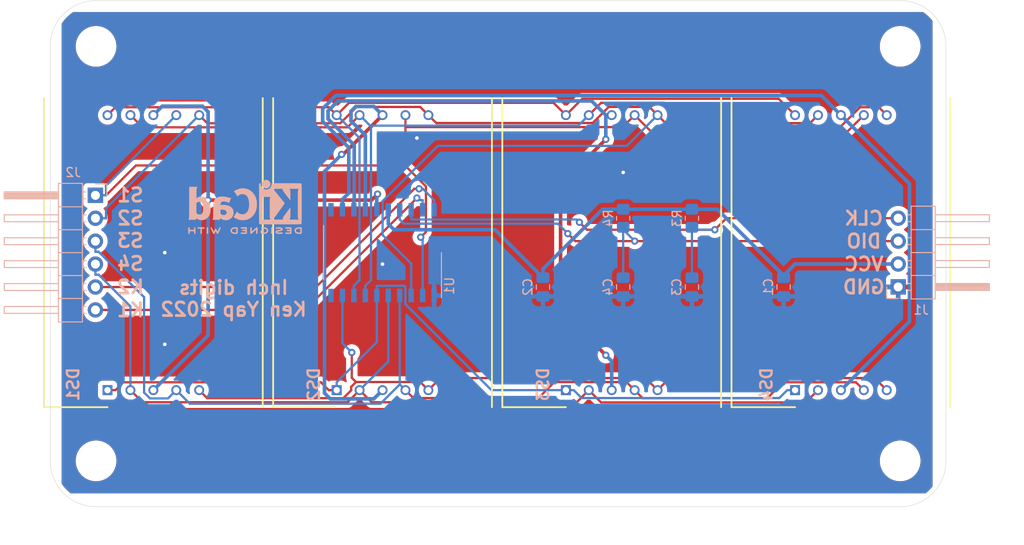
<source format=kicad_pcb>
(kicad_pcb (version 20211014) (generator pcbnew)
  (title_block (title "Inch digits") (date "2020-01-22") (rev "1"))
  (layers (0 "F.Cu" signal) (31 "B.Cu" signal) (34 "B.Paste" user) (35 "F.Paste" user) (36 "B.SilkS" user "B.Silkscreen") (37 "F.SilkS" user "F.Silkscreen") (38 "B.Mask" user) (39 "F.Mask" user) (44 "Edge.Cuts" user))
  (net 0 "")
  (net 1 "GND")
  (net 2 "VDD")
  (net 3 "Net-(C3-Pad1)")
  (net 4 "Net-(C4-Pad1)")
  (net 5 "/SE")
  (net 6 "/SD")
  (net 7 "/G1")
  (net 8 "/SC")
  (net 9 "/SP")
  (net 10 "/SB")
  (net 11 "/SA")
  (net 12 "/SF")
  (net 13 "/SG")
  (net 14 "/G2")
  (net 15 "/G3")
  (net 16 "/G4")
  (net 17 "Net-(J2-Pad5)")
  (net 18 "Net-(J2-Pad6)")
  (footprint "Ken:DIPS3048W51P254L2400H1075Q10N" (layer "F.Cu") (at 97.79 114.3 90)
    (fp_text reference "DS1" (at 0.635 -3.81 90) (layer "B.SilkS") (effects (font (size 1.27 1.27) (thickness 0.254)) (justify mirror)))
    (fp_text value "SM411006N_15" hide)
    (pad "1" thru_hole rect locked (at 0 0 90) (size 1.1 1.1) (drill 0.7) (layers *.Cu *.Mask) (net 5 "/SE"))
    (pad "2" thru_hole circle locked (at 0 2.54 90) (size 1.1 1.1) (drill 0.7) (layers *.Cu *.Mask) (net 6 "/SD"))
    (pad "3" thru_hole circle locked (at 0 5.08 90) (size 1.1 1.1) (drill 0.7) (layers *.Cu *.Mask) (net 7 "/G1"))
    (pad "4" thru_hole circle locked (at 0 7.62 90) (size 1.1 1.1) (drill 0.7) (layers *.Cu *.Mask) (net 8 "/SC"))
    (pad "5" thru_hole circle locked (at 0 10.16 90) (size 1.1 1.1) (drill 0.7) (layers *.Cu *.Mask) (net 9 "/SP"))
    (pad "6" thru_hole circle locked (at 30.48 10.16 90) (size 1.1 1.1) (drill 0.7) (layers *.Cu *.Mask) (net 10 "/SB"))
    (pad "7" thru_hole circle locked (at 30.48 7.62 90) (size 1.1 1.1) (drill 0.7) (layers *.Cu *.Mask) (net 11 "/SA"))
    (pad "8" thru_hole circle locked (at 30.48 5.08 90) (size 1.1 1.1) (drill 0.7) (layers *.Cu *.Mask) (net 7 "/G1"))
    (pad "9" thru_hole circle locked (at 30.48 2.54 90) (size 1.1 1.1) (drill 0.7) (layers *.Cu *.Mask) (net 12 "/SF"))
    (pad "10" thru_hole circle locked (at 30.48 0 90) (size 1.1 1.1) (drill 0.7) (layers *.Cu *.Mask) (net 13 "/SG"))
  )
  (footprint "Ken:DIPS3048W51P254L2400H1075Q10N" (layer "F.Cu") (at 123.19 114.3 90)
    (fp_text reference "DS2" (at 0.635 -2.54 90) (layer "B.SilkS") (effects (font (size 1.27 1.27) (thickness 0.254)) (justify mirror)))
    (fp_text value "SM411006N_15" hide)
    (pad "1" thru_hole rect locked (at 0 0 90) (size 1.1 1.1) (drill 0.7) (layers *.Cu *.Mask) (net 5 "/SE"))
    (pad "2" thru_hole circle locked (at 0 2.54 90) (size 1.1 1.1) (drill 0.7) (layers *.Cu *.Mask) (net 6 "/SD"))
    (pad "3" thru_hole circle locked (at 0 5.08 90) (size 1.1 1.1) (drill 0.7) (layers *.Cu *.Mask) (net 14 "/G2"))
    (pad "4" thru_hole circle locked (at 0 7.62 90) (size 1.1 1.1) (drill 0.7) (layers *.Cu *.Mask) (net 8 "/SC"))
    (pad "5" thru_hole circle locked (at 0 10.16 90) (size 1.1 1.1) (drill 0.7) (layers *.Cu *.Mask) (net 9 "/SP"))
    (pad "6" thru_hole circle locked (at 30.48 10.16 90) (size 1.1 1.1) (drill 0.7) (layers *.Cu *.Mask) (net 10 "/SB"))
    (pad "7" thru_hole circle locked (at 30.48 7.62 90) (size 1.1 1.1) (drill 0.7) (layers *.Cu *.Mask) (net 11 "/SA"))
    (pad "8" thru_hole circle locked (at 30.48 5.08 90) (size 1.1 1.1) (drill 0.7) (layers *.Cu *.Mask) (net 14 "/G2"))
    (pad "9" thru_hole circle locked (at 30.48 2.54 90) (size 1.1 1.1) (drill 0.7) (layers *.Cu *.Mask) (net 12 "/SF"))
    (pad "10" thru_hole circle locked (at 30.48 0 90) (size 1.1 1.1) (drill 0.7) (layers *.Cu *.Mask) (net 13 "/SG"))
  )
  (footprint "Ken:DIPS3048W51P254L2400H1075Q10N" (layer "F.Cu") (at 173.99 114.3 90)
    (fp_text reference "DS4" (at 0.635 -3.175 90) (layer "B.SilkS") (effects (font (size 1.27 1.27) (thickness 0.254)) (justify mirror)))
    (fp_text value "SM411006N_15" hide)
    (pad "1" thru_hole rect locked (at 0 0 90) (size 1.1 1.1) (drill 0.7) (layers *.Cu *.Mask) (net 5 "/SE"))
    (pad "2" thru_hole circle locked (at 0 2.54 90) (size 1.1 1.1) (drill 0.7) (layers *.Cu *.Mask) (net 6 "/SD"))
    (pad "3" thru_hole circle locked (at 0 5.08 90) (size 1.1 1.1) (drill 0.7) (layers *.Cu *.Mask) (net 16 "/G4"))
    (pad "4" thru_hole circle locked (at 0 7.62 90) (size 1.1 1.1) (drill 0.7) (layers *.Cu *.Mask) (net 8 "/SC"))
    (pad "5" thru_hole circle locked (at 0 10.16 90) (size 1.1 1.1) (drill 0.7) (layers *.Cu *.Mask) (net 9 "/SP"))
    (pad "6" thru_hole circle locked (at 30.48 10.16 90) (size 1.1 1.1) (drill 0.7) (layers *.Cu *.Mask) (net 10 "/SB"))
    (pad "7" thru_hole circle locked (at 30.48 7.62 90) (size 1.1 1.1) (drill 0.7) (layers *.Cu *.Mask) (net 11 "/SA"))
    (pad "8" thru_hole circle locked (at 30.48 5.08 90) (size 1.1 1.1) (drill 0.7) (layers *.Cu *.Mask) (net 16 "/G4"))
    (pad "9" thru_hole circle locked (at 30.48 2.54 90) (size 1.1 1.1) (drill 0.7) (layers *.Cu *.Mask) (net 12 "/SF"))
    (pad "10" thru_hole circle locked (at 30.48 0 90) (size 1.1 1.1) (drill 0.7) (layers *.Cu *.Mask) (net 13 "/SG"))
  )
  (footprint "MountingHole:MountingHole_3.5mm" (layer "F.Cu") (at 96.52 76.2)
    (fp_text reference "H1" hide)
    (fp_text value "Hole")
    (pad "" np_thru_hole circle (at 0 0) (size 3.5 3.5) (drill 3.5) (layers *.Cu *.Mask))
  )
  (footprint "MountingHole:MountingHole_3.5mm" (layer "F.Cu") (at 185.6379 76.2)
    (fp_text reference "H2" hide)
    (fp_text value "Hole")
    (pad "" np_thru_hole circle (at 0 0) (size 3.5 3.5) (drill 3.5) (layers *.Cu *.Mask))
  )
  (footprint "MountingHole:MountingHole_3.5mm" (layer "F.Cu") (at 96.52 122.1379)
    (fp_text reference "H3" hide)
    (fp_text value "Hole")
    (pad "" np_thru_hole circle (at 0 0) (size 3.5 3.5) (drill 3.5) (layers *.Cu *.Mask))
  )
  (footprint "MountingHole:MountingHole_3.5mm" (layer "F.Cu") (at 185.6379 122.1379)
    (fp_text reference "H4" hide)
    (fp_text value "Hole")
    (pad "" np_thru_hole circle (at 0 0) (size 3.5 3.5) (drill 3.5) (layers *.Cu *.Mask))
  )
  (footprint "Ken:DIPS3048W51P254L2400H1075Q10N" (layer "F.Cu") (at 148.59 114.3 90)
    (fp_text reference "DS3" (at 0.635 -2.54 90) (layer "B.SilkS") (effects (font (size 1.27 1.27) (thickness 0.254)) (justify mirror)))
    (fp_text value "SM411006N_15" hide)
    (pad "1" thru_hole rect locked (at 0 0 90) (size 1.1 1.1) (drill 0.7) (layers *.Cu *.Mask) (net 5 "/SE"))
    (pad "2" thru_hole circle locked (at 0 2.54 90) (size 1.1 1.1) (drill 0.7) (layers *.Cu *.Mask) (net 6 "/SD"))
    (pad "3" thru_hole circle locked (at 0 5.08 90) (size 1.1 1.1) (drill 0.7) (layers *.Cu *.Mask) (net 15 "/G3"))
    (pad "4" thru_hole circle locked (at 0 7.62 90) (size 1.1 1.1) (drill 0.7) (layers *.Cu *.Mask) (net 8 "/SC"))
    (pad "5" thru_hole circle locked (at 0 10.16 90) (size 1.1 1.1) (drill 0.7) (layers *.Cu *.Mask) (net 9 "/SP"))
    (pad "6" thru_hole circle locked (at 30.48 10.16 90) (size 1.1 1.1) (drill 0.7) (layers *.Cu *.Mask) (net 10 "/SB"))
    (pad "7" thru_hole circle locked (at 30.48 7.62 90) (size 1.1 1.1) (drill 0.7) (layers *.Cu *.Mask) (net 11 "/SA"))
    (pad "8" thru_hole circle locked (at 30.48 5.08 90) (size 1.1 1.1) (drill 0.7) (layers *.Cu *.Mask) (net 15 "/G3"))
    (pad "9" thru_hole circle locked (at 30.48 2.54 90) (size 1.1 1.1) (drill 0.7) (layers *.Cu *.Mask) (net 12 "/SF"))
    (pad "10" thru_hole circle locked (at 30.48 0 90) (size 1.1 1.1) (drill 0.7) (layers *.Cu *.Mask) (net 13 "/SG"))
  )
  (footprint "Capacitor_SMD:C_0805_2012Metric_Pad1.18x1.45mm_HandSolder" (layer "B.Cu") (at 172.72 102.87 -90)
    (fp_text reference "C1" (at 0 1.68 90) (layer "B.SilkS") (effects (justify mirror)))
    (fp_text value "10u")
    (pad "1" smd roundrect (at -1.0375 0 270) (size 1.175 1.45) (layers "B.Cu" "B.Paste" "B.Mask") (roundrect_rratio 0.2127659574) (net 2 "VDD"))
    (pad "2" smd roundrect (at 1.0375 0 270) (size 1.175 1.45) (layers "B.Cu" "B.Paste" "B.Mask") (roundrect_rratio 0.2127659574) (net 1 "GND"))
  )
  (footprint "Capacitor_SMD:C_0805_2012Metric_Pad1.18x1.45mm_HandSolder" (layer "B.Cu") (at 162.56 102.87 -90)
    (fp_text reference "C3" (at 0 1.68 90) (layer "B.SilkS") (effects (justify mirror)))
    (fp_text value "100p")
    (pad "1" smd roundrect (at -1.0375 0 270) (size 1.175 1.45) (layers "B.Cu" "B.Paste" "B.Mask") (roundrect_rratio 0.2127659574) (net 3 "Net-(C3-Pad1)"))
    (pad "2" smd roundrect (at 1.0375 0 270) (size 1.175 1.45) (layers "B.Cu" "B.Paste" "B.Mask") (roundrect_rratio 0.2127659574) (net 1 "GND"))
  )
  (footprint "Connector_PinHeader_2.54mm:PinHeader_1x04_P2.54mm_Horizontal" (layer "B.Cu") (at 185.42 102.86)
    (fp_text reference "J1" (at 2.54 2.55) (layer "B.SilkS") (effects (justify mirror)))
    (fp_text value "Power/Data")
    (pad "1" thru_hole rect (at 0 0) (size 1.7 1.7) (drill 1) (layers *.Cu *.Mask) (net 1 "GND"))
    (pad "2" thru_hole oval (at 0 -2.54) (size 1.7 1.7) (drill 1) (layers *.Cu *.Mask) (net 2 "VDD"))
    (pad "3" thru_hole oval (at 0 -5.08) (size 1.7 1.7) (drill 1) (layers *.Cu *.Mask) (net 4 "Net-(C4-Pad1)"))
    (pad "4" thru_hole oval (at 0 -7.62) (size 1.7 1.7) (drill 1) (layers *.Cu *.Mask) (net 3 "Net-(C3-Pad1)"))
  )
  (footprint "Resistor_SMD:R_0805_2012Metric_Pad1.20x1.40mm_HandSolder" (layer "B.Cu") (at 154.94 95.25 -90)
    (fp_text reference "R4" (at 0 1.65 90) (layer "B.SilkS") (effects (justify mirror)))
    (fp_text value "10k")
    (pad "1" smd roundrect (at -1 0 270) (size 1.2 1.4) (layers "B.Cu" "B.Paste" "B.Mask") (roundrect_rratio 0.2083333333) (net 2 "VDD"))
    (pad "2" smd roundrect (at 1 0 270) (size 1.2 1.4) (layers "B.Cu" "B.Paste" "B.Mask") (roundrect_rratio 0.2083333333) (net 4 "Net-(C4-Pad1)"))
  )
  (footprint "Resistor_SMD:R_0805_2012Metric_Pad1.20x1.40mm_HandSolder" (layer "B.Cu") (at 162.56 95.25 -90)
    (fp_text reference "R3" (at 0 1.65 90) (layer "B.SilkS") (effects (justify mirror)))
    (fp_text value "10k")
    (pad "1" smd roundrect (at -1 0 270) (size 1.2 1.4) (layers "B.Cu" "B.Paste" "B.Mask") (roundrect_rratio 0.2083333333) (net 2 "VDD"))
    (pad "2" smd roundrect (at 1 0 270) (size 1.2 1.4) (layers "B.Cu" "B.Paste" "B.Mask") (roundrect_rratio 0.2083333333) (net 3 "Net-(C3-Pad1)"))
  )
  (footprint "Package_SO:SO-20_12.8x7.5mm_P1.27mm" (layer "B.Cu") (at 128.27 99.06 90)
    (fp_text reference "U1" (at -3.69 7.42 90) (layer "B.SilkS") (effects (justify mirror)))
    (fp_text value "TM1637")
    (pad "1" smd rect (at -4.75 5.715 90) (size 1.5 0.6) (layers "B.Cu" "B.Paste" "B.Mask") (net 1 "GND"))
    (pad "2" smd rect (at -4.75 4.445 90) (size 1.5 0.6) (layers "B.Cu" "B.Paste" "B.Mask") (net 11 "/SA"))
    (pad "3" smd rect (at -4.75 3.175 90) (size 1.5 0.6) (layers "B.Cu" "B.Paste" "B.Mask") (net 10 "/SB"))
    (pad "4" smd rect (at -4.75 1.905 90) (size 1.5 0.6) (layers "B.Cu" "B.Paste" "B.Mask") (net 8 "/SC"))
    (pad "5" smd rect (at -4.75 0.635 90) (size 1.5 0.6) (layers "B.Cu" "B.Paste" "B.Mask") (net 6 "/SD"))
    (pad "6" smd rect (at -4.75 -0.635 90) (size 1.5 0.6) (layers "B.Cu" "B.Paste" "B.Mask") (net 5 "/SE"))
    (pad "7" smd rect (at -4.75 -1.905 90) (size 1.5 0.6) (layers "B.Cu" "B.Paste" "B.Mask") (net 12 "/SF"))
    (pad "8" smd rect (at -4.75 -3.175 90) (size 1.5 0.6) (layers "B.Cu" "B.Paste" "B.Mask") (net 13 "/SG"))
    (pad "9" smd rect (at -4.75 -4.445 90) (size 1.5 0.6) (layers "B.Cu" "B.Paste" "B.Mask") (net 9 "/SP"))
    (pad "10" smd rect (at -4.75 -5.715 90) (size 1.5 0.6) (layers "B.Cu" "B.Paste" "B.Mask"))
    (pad "11" smd rect (at 4.75 -5.715 90) (size 1.5 0.6) (layers "B.Cu" "B.Paste" "B.Mask"))
    (pad "12" smd rect (at 4.75 -4.445 90) (size 1.5 0.6) (layers "B.Cu" "B.Paste" "B.Mask") (net 16 "/G4"))
    (pad "13" smd rect (at 4.75 -3.175 90) (size 1.5 0.6) (layers "B.Cu" "B.Paste" "B.Mask") (net 15 "/G3"))
    (pad "14" smd rect (at 4.75 -1.905 90) (size 1.5 0.6) (layers "B.Cu" "B.Paste" "B.Mask") (net 14 "/G2"))
    (pad "15" smd rect (at 4.75 -0.635 90) (size 1.5 0.6) (layers "B.Cu" "B.Paste" "B.Mask") (net 7 "/G1"))
    (pad "16" smd rect (at 4.75 0.635 90) (size 1.5 0.6) (layers "B.Cu" "B.Paste" "B.Mask") (net 2 "VDD"))
    (pad "17" smd rect (at 4.75 1.905 90) (size 1.5 0.6) (layers "B.Cu" "B.Paste" "B.Mask") (net 4 "Net-(C4-Pad1)"))
    (pad "18" smd rect (at 4.75 3.175 90) (size 1.5 0.6) (layers "B.Cu" "B.Paste" "B.Mask") (net 3 "Net-(C3-Pad1)"))
    (pad "19" smd rect (at 4.75 4.445 90) (size 1.5 0.6) (layers "B.Cu" "B.Paste" "B.Mask") (net 18 "Net-(J2-Pad6)"))
    (pad "20" smd rect (at 4.75 5.715 90) (size 1.5 0.6) (layers "B.Cu" "B.Paste" "B.Mask") (net 17 "Net-(J2-Pad5)"))
  )
  (footprint "Capacitor_SMD:C_0805_2012Metric_Pad1.18x1.45mm_HandSolder" (layer "B.Cu") (at 146.05 102.87 -90)
    (fp_text reference "C2" (at 0 1.68 90) (layer "B.SilkS") (effects (justify mirror)))
    (fp_text value "100n")
    (pad "1" smd roundrect (at -1.0375 0 270) (size 1.175 1.45) (layers "B.Cu" "B.Paste" "B.Mask") (roundrect_rratio 0.2127659574) (net 2 "VDD"))
    (pad "2" smd roundrect (at 1.0375 0 270) (size 1.175 1.45) (layers "B.Cu" "B.Paste" "B.Mask") (roundrect_rratio 0.2127659574) (net 1 "GND"))
  )
  (footprint "Capacitor_SMD:C_0805_2012Metric_Pad1.18x1.45mm_HandSolder" (layer "B.Cu") (at 154.94 102.87 -90)
    (fp_text reference "C4" (at 0 1.68 90) (layer "B.SilkS") (effects (justify mirror)))
    (fp_text value "100p")
    (pad "1" smd roundrect (at -1.0375 0 270) (size 1.175 1.45) (layers "B.Cu" "B.Paste" "B.Mask") (roundrect_rratio 0.2127659574) (net 4 "Net-(C4-Pad1)"))
    (pad "2" smd roundrect (at 1.0375 0 270) (size 1.175 1.45) (layers "B.Cu" "B.Paste" "B.Mask") (roundrect_rratio 0.2127659574) (net 1 "GND"))
  )
  (footprint "Connector_PinHeader_2.54mm:PinHeader_1x06_P2.54mm_Horizontal" (layer "B.Cu") (at 96.45 92.71 180)
    (fp_text reference "J2" (at 2.47 2.54) (layer "B.SilkS") (effects (justify mirror)))
    (fp_text value "Buttons matrix")
    (pad "1" thru_hole rect (at 0 0 180) (size 1.7 1.7) (drill 1) (layers *.Cu *.Mask) (net 11 "/SA"))
    (pad "2" thru_hole oval (at 0 -2.54 180) (size 1.7 1.7) (drill 1) (layers *.Cu *.Mask) (net 10 "/SB"))
    (pad "3" thru_hole oval (at 0 -5.08 180) (size 1.7 1.7) (drill 1) (layers *.Cu *.Mask) (net 8 "/SC"))
    (pad "4" thru_hole oval (at 0 -7.62 180) (size 1.7 1.7) (drill 1) (layers *.Cu *.Mask) (net 6 "/SD"))
    (pad "5" thru_hole oval (at 0 -10.16 180) (size 1.7 1.7) (drill 1) (layers *.Cu *.Mask) (net 17 "Net-(J2-Pad5)"))
    (pad "6" thru_hole oval (at 0 -12.7 180) (size 1.7 1.7) (drill 1) (layers *.Cu *.Mask) (net 18 "Net-(J2-Pad6)"))
  )
  (footprint "Symbol:KiCad-Logo2_5mm_SilkScreen" (layer "B.Cu") (at 113.03 93.98 180)
    (fp_text reference "REF**" hide)
    (fp_text value "KiCad-Logo2_5mm_SilkScreen" hide)
  )
  (gr_line (start 96.52 71.12) (end 185.637898 71.12) (layer "Edge.Cuts") (width 0.05))
  (gr_line (start 190.717898 76.2) (end 190.717898 122.137898) (layer "Edge.Cuts") (width 0.05))
  (gr_line (start 185.637898 127.217898) (end 96.52 127.217898) (layer "Edge.Cuts") (width 0.05))
  (gr_line (start 91.44 122.137898) (end 91.44 76.2) (layer "Edge.Cuts") (width 0.05))
  (gr_arc (start 91.44 76.2) (mid 92.927898 72.607898) (end 96.52 71.12) (layer "Edge.Cuts") (width 0.05))
  (gr_arc (start 185.637898 71.12) (mid 189.23 72.607898) (end 190.717898 76.2) (layer "Edge.Cuts") (width 0.05))
  (gr_arc (start 190.717898 122.137898) (mid 189.230001 125.730002) (end 185.637898 127.217898) (layer "Edge.Cuts") (width 0.05))
  (gr_arc (start 96.52 127.217898) (mid 92.927898 125.73) (end 91.44 122.137898) (layer "Edge.Cuts") (width 0.05))
  (gr_text "VCC" (at 181.61 100.33) (layer "B.SilkS") (effects (font (size 1.5 1.5) (thickness 0.3)) (justify mirror)))
  (gr_text "S2" (at 100.318713 95.240268) (layer "B.SilkS") (effects (font (size 1.5 1.5) (thickness 0.3)) (justify mirror)))
  (gr_text "S1" (at 100.318713 92.682642) (layer "B.SilkS") (effects (font (size 1.5 1.5) (thickness 0.3)) (justify mirror)))
  (gr_text "CLK" (at 181.61 95.25) (layer "B.SilkS") (effects (font (size 1.5 1.5) (thickness 0.3)) (justify mirror)))
  (gr_text "DIO" (at 181.61 97.79) (layer "B.SilkS") (effects (font (size 1.5 1.5) (thickness 0.3)) (justify mirror)))
  (gr_text "S4" (at 100.318713 100.280295) (layer "B.SilkS") (effects (font (size 1.5 1.5) (thickness 0.3)) (justify mirror)))
  (gr_text "Inch digits\nKen Yap 2022" (at 111.76 104.14) (layer "B.SilkS") (effects (font (size 1.5 1.5) (thickness 0.3)) (justify mirror)))
  (gr_text "S3" (at 100.318713 97.722669) (layer "B.SilkS") (effects (font (size 1.5 1.5) (thickness 0.3)) (justify mirror)))
  (gr_text "K1" (at 100.33 105.41) (layer "B.SilkS") (effects (font (size 1.5 1.5) (thickness 0.3)) (justify mirror)))
  (gr_text "GND" (at 181.61 102.87) (layer "B.SilkS") (effects (font (size 1.5 1.5) (thickness 0.3)) (justify mirror)))
  (gr_text "K2" (at 100.33 102.87) (layer "B.SilkS") (effects (font (size 1.5 1.5) (thickness 0.3)) (justify mirror)))
  (via (at 104.14 109.22) (size 0.8) (drill 0.4) (layers "F.Cu" "B.Cu") (net 1))
  (via (at 132.08 86.36) (size 0.8) (drill 0.4) (layers "F.Cu" "B.Cu") (net 1))
  (via (at 104.14 99.06) (size 0.8) (drill 0.4) (layers "F.Cu" "B.Cu") (net 1))
  (via (at 154.94 90.17) (size 0.8) (drill 0.4) (layers "F.Cu" "B.Cu") (net 1))
  (via (at 128.27 100.33) (size 0.8) (drill 0.4) (layers "F.Cu" "B.Cu") (net 1))
  (segment (start 175.492 103.908) (end 172.7195 103.908) (width 0.4) (layer "B.Cu") (net 1))
  (segment (start 146.0495 103.908) (end 146.05 103.9075) (width 0.4) (layer "B.Cu") (net 1))
  (segment (start 176.54 102.86) (end 175.492 103.908) (width 0.4) (layer "B.Cu") (net 1))
  (segment (start 154.9405 103.908) (end 154.94 103.9075) (width 0.4) (layer "B.Cu") (net 1))
  (segment (start 172.7195 103.908) (end 162.5605 103.908) (width 0.4) (layer "B.Cu") (net 1))
  (segment (start 136.122 103.908) (end 136.025 103.81) (width 0.4) (layer "B.Cu") (net 1))
  (segment (start 162.5605 103.908) (end 162.56 103.9075) (width 0.4) (layer "B.Cu") (net 1))
  (segment (start 136.025 103.81) (end 133.985 103.81) (width 0.4) (layer "B.Cu") (net 1))
  (segment (start 154.9405 103.908) (end 146.0495 103.908) (width 0.4) (layer "B.Cu") (net 1))
  (segment (start 185.42 102.86) (end 176.54 102.86) (width 0.4) (layer "B.Cu") (net 1))
  (segment (start 146.0495 103.908) (end 136.122 103.908) (width 0.4) (layer "B.Cu") (net 1))
  (segment (start 162.5605 103.908) (end 154.9405 103.908) (width 0.4) (layer "B.Cu") (net 1))
  (segment (start 172.7195 103.908) (end 172.72 103.9075) (width 0.4) (layer "B.Cu") (net 1))
  (segment (start 146.05 101.832) (end 140.738 96.52) (width 0.4) (layer "B.Cu") (net 2))
  (segment (start 140.738 96.52) (end 129.54 96.52) (width 0.4) (layer "B.Cu") (net 2))
  (segment (start 146.05 101.351) (end 146.05 101.832) (width 0.4) (layer "B.Cu") (net 2))
  (segment (start 172.72 101.6) (end 165.37 94.25) (width 0.4) (layer "B.Cu") (net 2))
  (segment (start 162.56 94.25) (end 154.94 94.25) (width 0.4) (layer "B.Cu") (net 2))
  (segment (start 128.905 95.885) (end 128.905 94.31) (width 0.4) (layer "B.Cu") (net 2))
  (segment (start 146.05 101.351) (end 146.05 101.8325) (width 0.4) (layer "B.Cu") (net 2))
  (segment (start 174 100.32) (end 172.72 101.6) (width 0.4) (layer "B.Cu") (net 2))
  (segment (start 172.72 101.832) (end 172.72 101.8325) (width 0.4) (layer "B.Cu") (net 2))
  (segment (start 154.94 94.25) (end 152.67 94.25) (width 0.4) (layer "B.Cu") (net 2))
  (segment (start 172.72 101.6) (end 172.72 101.832) (width 0.4) (layer "B.Cu") (net 2))
  (segment (start 152.67 94.25) (end 146.05 100.87) (width 0.4) (layer "B.Cu") (net 2))
  (segment (start 185.42 100.32) (end 174 100.32) (width 0.4) (layer "B.Cu") (net 2))
  (segment (start 165.37 94.25) (end 162.56 94.25) (width 0.4) (layer "B.Cu") (net 2))
  (segment (start 146.05 100.87) (end 146.05 101.351) (width 0.4) (layer "B.Cu") (net 2))
  (segment (start 129.54 96.52) (end 128.905 95.885) (width 0.4) (layer "B.Cu") (net 2))
  (segment (start 185.42 95.24) (end 166.38 95.24) (width 0.25) (layer "F.Cu") (net 3))
  (segment (start 150.9161 96.52) (end 150.0909 95.6948) (width 0.25) (layer "F.Cu") (net 3))
  (segment (start 166.38 95.24) (end 165.1 96.52) (width 0.25) (layer "F.Cu") (net 3))
  (segment (start 165.1 96.52) (end 150.9161 96.52) (width 0.25) (layer "F.Cu") (net 3))
  (via (at 165.1 96.52) (size 0.8) (drill 0.4) (layers "F.Cu" "B.Cu") (net 3))
  (via (at 150.0909 95.6948) (size 0.8) (drill 0.4) (layers "F.Cu" "B.Cu") (net 3))
  (segment (start 165.1 96.52) (end 162.83 96.52) (width 0.25) (layer "B.Cu") (net 3))
  (segment (start 162.83 96.52) (end 162.56 96.25) (width 0.25) (layer "B.Cu") (net 3))
  (segment (start 162.56 96.25) (end 162.56 101.832) (width 0.25) (layer "B.Cu") (net 3))
  (segment (start 131.445 94.31) (end 131.445 95.3853) (width 0.25) (layer "B.Cu") (net 3))
  (segment (start 162.56 101.832) (end 162.56 101.8325) (width 0.25) (layer "B.Cu") (net 3))
  (segment (start 131.445 95.3853) (end 149.7814 95.3853) (width 0.25) (layer "B.Cu") (net 3))
  (segment (start 149.7814 95.3853) (end 150.0909 95.6948) (width 0.25) (layer "B.Cu") (net 3))
  (segment (start 156.2 97.78) (end 149.6333 97.78) (width 0.25) (layer "F.Cu") (net 4))
  (segment (start 156.2 97.78) (end 156.22 97.78) (width 0.25) (layer "F.Cu") (net 4))
  (segment (start 185.42 97.78) (end 156.22 97.78) (width 0.25) (layer "F.Cu") (net 4))
  (segment (start 149.6333 97.78) (end 148.804 96.9507) (width 0.25) (layer "F.Cu") (net 4))
  (via (at 148.804 96.9507) (size 0.8) (drill 0.4) (layers "F.Cu" "B.Cu") (net 4))
  (via (at 156.22 97.78) (size 0.8) (drill 0.4) (layers "F.Cu" "B.Cu") (net 4))
  (segment (start 130.175 94.31) (end 130.175 95.3853) (width 0.25) (layer "B.Cu") (net 4))
  (segment (start 154.94 101.832) (end 154.94 101.8325) (width 0.25) (layer "B.Cu") (net 4))
  (segment (start 130.175 95.3853) (end 130.6389 95.8492) (width 0.25) (layer "B.Cu") (net 4))
  (segment (start 130.6389 95.8492) (end 147.7025 95.8492) (width 0.25) (layer "B.Cu") (net 4))
  (segment (start 154.94 96.25) (end 154.94 101.832) (width 0.25) (layer "B.Cu") (net 4))
  (segment (start 154.94 96.25) (end 154.94 96.5) (width 0.25) (layer "B.Cu") (net 4))
  (segment (start 147.7025 95.8492) (end 148.804 96.9507) (width 0.25) (layer "B.Cu") (net 4))
  (segment (start 154.94 96.5) (end 156.22 97.78) (width 0.25) (layer "B.Cu") (net 4))
  (segment (start 99.5406 113.4247) (end 98.6653 114.3) (width 0.25) (layer "F.Cu") (net 5))
  (segment (start 121.4394 113.4247) (end 99.5406 113.4247) (width 0.25) (layer "F.Cu") (net 5))
  (segment (start 122.3147 114.3) (end 121.4394 113.4247) (width 0.25) (layer "F.Cu") (net 5))
  (segment (start 97.79 114.3) (end 98.6653 114.3) (width 0.25) (layer "F.Cu") (net 5))
  (segment (start 123.19 114.3) (end 122.3147 114.3) (width 0.25) (layer "F.Cu") (net 5))
  (segment (start 127.635 102.7347) (end 130.6802 102.7347) (width 0.25) (layer "B.Cu") (net 5))
  (segment (start 127.635 108.9797) (end 127.635 103.81) (width 0.25) (layer "B.Cu") (net 5))
  (segment (start 148.59 114.3) (end 149.4653 114.3) (width 0.25) (layer "B.Cu") (net 5))
  (segment (start 130.8004 102.8549) (end 130.8004 104.7585) (width 0.25) (layer "B.Cu") (net 5))
  (segment (start 140.3419 114.3) (end 148.59 114.3) (width 0.25) (layer "B.Cu") (net 5))
  (segment (start 173.99 114.3) (end 173.1147 114.3) (width 0.25) (layer "B.Cu") (net 5))
  (segment (start 123.19 114.3) (end 123.19 113.4247) (width 0.25) (layer "B.Cu") (net 5))
  (segment (start 150.3406 115.1753) (end 149.4653 114.3) (width 0.25) (layer "B.Cu") (net 5))
  (segment (start 172.2394 115.1753) (end 150.3406 115.1753) (width 0.25) (layer "B.Cu") (net 5))
  (segment (start 130.8004 104.7585) (end 140.3419 114.3) (width 0.25) (layer "B.Cu") (net 5))
  (segment (start 127.635 103.81) (end 127.635 102.7347) (width 0.25) (layer "B.Cu") (net 5))
  (segment (start 123.19 113.4247) (end 127.635 108.9797) (width 0.25) (layer "B.Cu") (net 5))
  (segment (start 130.6802 102.7347) (end 130.8004 102.8549) (width 0.25) (layer "B.Cu") (net 5))
  (segment (start 173.1147 114.3) (end 172.2394 115.1753) (width 0.25) (layer "B.Cu") (net 5))
  (segment (start 152.4862 115.6562) (end 151.13 114.3) (width 0.25) (layer "F.Cu") (net 6))
  (segment (start 127.0684 115.6384) (end 149.7916 115.6384) (width 0.25) (layer "F.Cu") (net 6))
  (segment (start 124.3919 115.6381) (end 125.73 114.3) (width 0.25) (layer "F.Cu") (net 6))
  (segment (start 101.6681 115.6381) (end 124.3919 115.6381) (width 0.25) (layer "F.Cu") (net 6))
  (segment (start 176.53 114.3) (end 175.1738 115.6562) (width 0.25) (layer "F.Cu") (net 6))
  (segment (start 149.7916 115.6384) (end 151.13 114.3) (width 0.25) (layer "F.Cu") (net 6))
  (segment (start 175.1738 115.6562) (end 152.4862 115.6562) (width 0.25) (layer "F.Cu") (net 6))
  (segment (start 125.73 114.3) (end 127.0684 115.6384) (width 0.25) (layer "F.Cu") (net 6))
  (segment (start 100.33 114.3) (end 101.6681 115.6381) (width 0.25) (layer "F.Cu") (net 6))
  (segment (start 96.45 101.5053) (end 96.8173 101.5053) (width 0.25) (layer "B.Cu") (net 6))
  (segment (start 128.905 103.81) (end 128.905 111.125) (width 0.25) (layer "B.Cu") (net 6))
  (segment (start 96.45 100.33) (end 96.45 101.5053) (width 0.25) (layer "B.Cu") (net 6))
  (segment (start 100.33 105.018) (end 100.33 114.3) (width 0.25) (layer "B.Cu") (net 6))
  (segment (start 96.8173 101.5053) (end 100.33 105.018) (width 0.25) (layer "B.Cu") (net 6))
  (segment (start 128.905 111.125) (end 125.73 114.3) (width 0.25) (layer "B.Cu") (net 6))
  (segment (start 127.0516 93.2354) (end 108.9413 93.2354) (width 0.4) (layer "F.Cu") (net 7))
  (segment (start 127.7165 92.5705) (end 127.0516 93.2354) (width 0.4) (layer "F.Cu") (net 7))
  (via (at 127.7165 92.5705) (size 0.8) (drill 0.4) (layers "F.Cu" "B.Cu") (net 7))
  (via (at 108.9413 93.2354) (size 0.8) (drill 0.4) (layers "F.Cu" "B.Cu") (net 7))
  (segment (start 108.9413 108.2287) (end 102.87 114.3) (width 0.4) (layer "B.Cu") (net 7))
  (segment (start 127.635 94.31) (end 127.635 92.652) (width 0.4) (layer "B.Cu") (net 7))
  (segment (start 103.863 82.827) (end 108.3084 82.827) (width 0.4) (layer "B.Cu") (net 7))
  (segment (start 108.3084 82.827) (end 108.9413 83.4599) (width 0.4) (layer "B.Cu") (net 7))
  (segment (start 127.635 92.652) (end 127.7165 92.5705) (width 0.4) (layer "B.Cu") (net 7))
  (segment (start 102.87 83.82) (end 103.863 82.827) (width 0.4) (layer "B.Cu") (net 7))
  (segment (start 108.9413 83.4599) (end 108.9413 93.2354) (width 0.4) (layer "B.Cu") (net 7))
  (segment (start 108.9413 93.2354) (end 108.9413 108.2287) (width 0.4) (layer "B.Cu") (net 7))
  (segment (start 172.6684 113.4247) (end 170.9051 115.188) (width 0.25) (layer "F.Cu") (net 8))
  (segment (start 155.3159 113.4059) (end 156.21 114.3) (width 0.25) (layer "F.Cu") (net 8))
  (segment (start 170.9051 115.188) (end 157.098 115.188) (width 0.25) (layer "F.Cu") (net 8))
  (segment (start 147.3177 113.4059) (end 155.3159 113.4059) (width 0.25) (layer "F.Cu") (net 8))
  (segment (start 157.098 115.188) (end 156.21 114.3) (width 0.25) (layer "F.Cu") (net 8))
  (segment (start 180.7347 113.4247) (end 172.6684 113.4247) (width 0.25) (layer "F.Cu") (net 8))
  (segment (start 130.81 114.3) (end 131.6854 115.1754) (width 0.25) (layer "F.Cu") (net 8))
  (segment (start 145.5482 115.1754) (end 147.3177 113.4059) (width 0.25) (layer "F.Cu") (net 8))
  (segment (start 181.61 114.3) (end 180.7347 113.4247) (width 0.25) (layer "F.Cu") (net 8))
  (segment (start 131.6854 115.1754) (end 145.5482 115.1754) (width 0.25) (layer "F.Cu") (net 8))
  (segment (start 101.8444 114.5619) (end 102.4982 115.2157) (width 0.25) (layer "B.Cu") (net 8))
  (segment (start 102.4982 115.2157) (end 104.4943 115.2157) (width 0.25) (layer "B.Cu") (net 8))
  (segment (start 105.41 114.3) (end 106.912 115.802) (width 0.25) (layer "B.Cu") (net 8))
  (segment (start 130.175 103.81) (end 130.175 113.665) (width 0.25) (layer "B.Cu") (net 8))
  (segment (start 101.8444 103.9924) (end 101.8444 114.5619) (width 0.25) (layer "B.Cu") (net 8))
  (segment (start 96.45 97.79) (end 96.45 98.9653) (width 0.25) (layer "B.Cu") (net 8))
  (segment (start 106.912 115.802) (end 128.038 115.802) (width 0.25) (layer "B.Cu") (net 8))
  (segment (start 96.45 98.9653) (end 96.8173 98.9653) (width 0.25) (layer "B.Cu") (net 8))
  (segment (start 128.038 115.802) (end 130.175 113.665) (width 0.25) (layer "B.Cu") (net 8))
  (segment (start 104.4943 115.2157) (end 105.41 114.3) (width 0.25) (layer "B.Cu") (net 8))
  (segment (start 130.175 113.665) (end 130.81 114.3) (width 0.25) (layer "B.Cu") (net 8))
  (segment (start 96.8173 98.9653) (end 101.8444 103.9924) (width 0.25) (layer "B.Cu") (net 8))
  (segment (start 132.4477 113.3977) (end 133.35 114.3) (width 0.25) (layer "F.Cu") (net 9))
  (segment (start 124.7971 113.9287) (end 125.3281 113.3977) (width 0.25) (layer "F.Cu") (net 9))
  (segment (start 125.3281 113.3977) (end 132.4477 113.3977) (width 0.25) (layer "F.Cu") (net 9))
  (segment (start 123.9228 115.1878) (end 124.7971 114.3135) (width 0.25) (layer "F.Cu") (net 9))
  (segment (start 184.15 114.3) (end 182.8055 112.9555) (width 0.25) (layer "F.Cu") (net 9))
  (segment (start 182.8055 112.9555) (end 160.0945 112.9555) (width 0.25) (layer "F.Cu") (net 9))
  (segment (start 124.8619 112.9315) (end 125.3281 113.3977) (width 0.25) (layer "F.Cu") (net 9))
  (segment (start 157.4055 112.9555) (end 134.6945 112.9555) (width 0.25) (layer "F.Cu") (net 9))
  (segment (start 107.95 114.3) (end 108.8378 115.1878) (width 0.25) (layer "F.Cu") (net 9))
  (segment (start 124.8619 110.1272) (end 124.8619 112.9315) (width 0.25) (layer "F.Cu") (net 9))
  (segment (start 134.6945 112.9555) (end 133.35 114.3) (width 0.25) (layer "F.Cu") (net 9))
  (segment (start 160.0945 112.9555) (end 158.75 114.3) (width 0.25) (layer "F.Cu") (net 9))
  (segment (start 124.7971 114.3135) (end 124.7971 113.9287) (width 0.25) (layer "F.Cu") (net 9))
  (segment (start 158.75 114.3) (end 157.4055 112.9555) (width 0.25) (layer "F.Cu") (net 9))
  (segment (start 108.8378 115.1878) (end 123.9228 115.1878) (width 0.25) (layer "F.Cu") (net 9))
  (via (at 124.8619 110.1272) (size 0.8) (drill 0.4) (layers "F.Cu" "B.Cu") (net 9))
  (segment (start 123.825 109.0903) (end 124.8619 110.1272) (width 0.25) (layer "B.Cu") (net 9))
  (segment (start 123.825 103.81) (end 123.825 109.0903) (width 0.25) (layer "B.Cu") (net 9))
  (segment (start 107.95 83.82) (end 108.8491 84.7191) (width 0.25) (layer "F.Cu") (net 10))
  (segment (start 134.2254 84.6954) (end 151.5565 84.6954) (width 0.25) (layer "F.Cu") (net 10))
  (segment (start 153.3447 82.9072) (end 157.8372 82.9072) (width 0.25) (layer "F.Cu") (net 10))
  (segment (start 157.8372 82.9072) (end 158.75 83.82) (width 0.25) (layer "F.Cu") (net 10))
  (segment (start 184.15 83.82) (end 183.2739 82.9439) (width 0.25) (layer "F.Cu") (net 10))
  (segment (start 123.5928 84.7191) (end 125.4003 82.9116) (width 0.25) (layer "F.Cu") (net 10))
  (segment (start 133.35 83.82) (end 134.2254 84.6954) (width 0.25) (layer "F.Cu") (net 10))
  (segment (start 108.8491 84.7191) (end 123.5928 84.7191) (width 0.25) (layer "F.Cu") (net 10))
  (segment (start 132.4416 82.9116) (end 133.35 83.82) (width 0.25) (layer "F.Cu") (net 10))
  (segment (start 151.5565 84.6954) (end 153.3447 82.9072) (width 0.25) (layer "F.Cu") (net 10))
  (segment (start 178.9383 85.1899) (end 160.1199 85.1899) (width 0.25) (layer "F.Cu") (net 10))
  (segment (start 183.2739 82.9439) (end 181.1843 82.9439) (width 0.25) (layer "F.Cu") (net 10))
  (segment (start 160.1199 85.1899) (end 158.75 83.82) (width 0.25) (layer "F.Cu") (net 10))
  (segment (start 181.1843 82.9439) (end 178.9383 85.1899) (width 0.25) (layer "F.Cu") (net 10))
  (segment (start 125.4003 82.9116) (end 132.4416 82.9116) (width 0.25) (layer "F.Cu") (net 10))
  (segment (start 128.2796 97.1101) (end 128.2796 93.3444) (width 0.25) (layer "B.Cu") (net 10))
  (segment (start 97.6253 95.25) (end 97.6253 94.1447) (width 0.25) (layer "B.Cu") (net 10))
  (segment (start 134.3964 87.2276) (end 155.3424 87.2276) (width 0.25) (layer "B.Cu") (net 10))
  (segment (start 155.3424 87.2276) (end 158.75 83.82) (width 0.25) (layer "B.Cu") (net 10))
  (segment (start 128.2796 93.3444) (end 134.3964 87.2276) (width 0.25) (layer "B.Cu") (net 10))
  (segment (start 97.6253 94.1447) (end 107.95 83.82) (width 0.25) (layer "B.Cu") (net 10))
  (segment (start 131.445 100.2755) (end 128.2796 97.1101) (width 0.25) (layer "B.Cu") (net 10))
  (segment (start 96.45 95.25) (end 97.6253 95.25) (width 0.25) (layer "B.Cu") (net 10))
  (segment (start 131.445 103.81) (end 131.445 100.2755) (width 0.25) (layer "B.Cu") (net 10))
  (segment (start 130.81 89.3489) (end 130.81 85.1458) (width 0.25) (layer "F.Cu") (net 11))
  (segment (start 156.21 83.82) (end 158.0308 85.6408) (width 0.25) (layer "F.Cu") (net 11))
  (segment (start 130.81 85.1458) (end 154.8842 85.1458) (width 0.25) (layer "F.Cu") (net 11))
  (segment (start 133.0794 91.7153) (end 133.0794 96.774) (width 0.25) (layer "F.Cu") (net 11))
  (segment (start 133.0794 96.774) (end 132.5035 97.3499) (width 0.25) (layer "F.Cu") (net 11))
  (segment (start 97.6253 92.71) (end 100.9379 89.3974) (width 0.25) (layer "F.Cu") (net 11))
  (segment (start 130.81 85.1458) (end 130.81 83.82) (width 0.25) (layer "F.Cu") (net 11))
  (segment (start 158.0308 85.6408) (end 179.7892 85.6408) (width 0.25) (layer "F.Cu") (net 11))
  (segment (start 130.7615 89.3974) (end 133.0794 91.7153) (width 0.25) (layer "F.Cu") (net 11))
  (segment (start 96.45 92.71) (end 97.6253 92.71) (width 0.25) (layer "F.Cu") (net 11))
  (segment (start 154.8842 85.1458) (end 156.21 83.82) (width 0.25) (layer "F.Cu") (net 11))
  (segment (start 100.9379 89.3974) (end 130.7615 89.3974) (width 0.25) (layer "F.Cu") (net 11))
  (segment (start 130.7615 89.3974) (end 130.81 89.3489) (width 0.25) (layer "F.Cu") (net 11))
  (segment (start 179.7892 85.6408) (end 181.61 83.82) (width 0.25) (layer "F.Cu") (net 11))
  (via (at 132.5035 97.3499) (size 0.8) (drill 0.4) (layers "F.Cu" "B.Cu") (net 11))
  (segment (start 97.6253 91.6047) (end 105.41 83.82) (width 0.25) (layer "B.Cu") (net 11))
  (segment (start 132.715 103.81) (end 132.715 97.5614) (width 0.25) (layer "B.Cu") (net 11))
  (segment (start 132.715 97.5614) (end 132.5035 97.3499) (width 0.25) (layer "B.Cu") (net 11))
  (segment (start 96.45 92.71) (end 97.6253 92.71) (width 0.25) (layer "B.Cu") (net 11))
  (segment (start 97.6253 92.71) (end 97.6253 91.6047) (width 0.25) (layer "B.Cu") (net 11))
  (segment (start 176.53 83.82) (end 175.645 84.705) (width 0.25) (layer "F.Cu") (net 12))
  (segment (start 124.3805 85.1695) (end 101.6795 85.1695) (width 0.25) (layer "F.Cu") (net 12))
  (segment (start 175.645 84.705) (end 161.7141 84.705) (width 0.25) (layer "F.Cu") (net 12))
  (segment (start 125.73 83.82) (end 124.3805 85.1695) (width 0.25) (layer "F.Cu") (net 12))
  (segment (start 152.4932 82.4568) (end 151.13 83.82) (width 0.25) (layer "F.Cu") (net 12))
  (segment (start 159.4659 82.4568) (end 152.4932 82.4568) (width 0.25) (layer "F.Cu") (net 12))
  (segment (start 161.7141 84.705) (end 159.4659 82.4568) (width 0.25) (layer "F.Cu") (net 12))
  (segment (start 101.6795 85.1695) (end 100.33 83.82) (width 0.25) (layer "F.Cu") (net 12))
  (segment (start 126.365 103.81) (end 126.365 102.7347) (width 0.25) (layer "B.Cu") (net 12))
  (segment (start 151.13 83.82) (end 149.9643 84.9857) (width 0.25) (layer "B.Cu") (net 12))
  (segment (start 149.9643 84.9857) (end 126.9904 84.9857) (width 0.25) (layer "B.Cu") (net 12))
  (segment (start 126.9904 84.9857) (end 126.9904 102.1093) (width 0.25) (layer "B.Cu") (net 12))
  (segment (start 126.8957 84.9857) (end 125.73 83.82) (width 0.25) (layer "B.Cu") (net 12))
  (segment (start 126.9904 84.9857) (end 126.8957 84.9857) (width 0.25) (layer "B.Cu") (net 12))
  (segment (start 126.9904 102.1093) (end 126.365 102.7347) (width 0.25) (layer "B.Cu") (net 12))
  (segment (start 147.227 82.457) (end 148.59 83.82) (width 0.25) (layer "F.Cu") (net 13))
  (segment (start 97.79 83.82) (end 98.6654 82.9446) (width 0.25) (layer "F.Cu") (net 13))
  (segment (start 123.19 83.82) (end 124.553 82.457) (width 0.25) (layer "F.Cu") (net 13))
  (segment (start 172.1765 82.0065) (end 150.4035 82.0065) (width 0.25) (layer "F.Cu") (net 13))
  (segment (start 98.6654 82.9446) (end 122.3146 82.9446) (width 0.25) (layer "F.Cu") (net 13))
  (segment (start 124.553 82.457) (end 147.227 82.457) (width 0.25) (layer "F.Cu") (net 13))
  (segment (start 122.3146 82.9446) (end 123.19 83.82) (width 0.25) (layer "F.Cu") (net 13))
  (segment (start 173.99 83.82) (end 172.1765 82.0065) (width 0.25) (layer "F.Cu") (net 13))
  (segment (start 150.4035 82.0065) (end 148.59 83.82) (width 0.25) (layer "F.Cu") (net 13))
  (segment (start 125.095 103.81) (end 125.095 102.7347) (width 0.25) (layer "B.Cu") (net 13))
  (segment (start 125.7203 86.3503) (end 125.7203 102.1094) (width 0.25) (layer "B.Cu") (net 13))
  (segment (start 123.19 83.82) (end 125.7203 86.3503) (width 0.25) (layer "B.Cu") (net 13))
  (segment (start 125.7203 102.1094) (end 125.095 102.7347) (width 0.25) (layer "B.Cu") (net 13))
  (segment (start 123.917 88.173) (end 123.7317 88.173) (width 0.4) (layer "F.Cu") (net 14))
  (segment (start 128.27 83.82) (end 123.917 88.173) (width 0.4) (layer "F.Cu") (net 14))
  (via (at 123.7317 88.173) (size 0.8) (drill 0.4) (layers "F.Cu" "B.Cu") (net 14))
  (segment (start 122.4747 115.2635) (end 127.3065 115.2635) (width 0.4) (layer "B.Cu") (net 14))
  (segment (start 126.365 86.0555) (end 124.7735 84.464) (width 0.4) (layer "B.Cu") (net 14))
  (segment (start 124.7735 83.3922) (end 125.3075 82.8582) (width 0.4) (layer "B.Cu") (net 14))
  (segment (start 125.3075 82.8582) (end 127.3082 82.8582) (width 0.4) (layer "B.Cu") (net 14))
  (segment (start 127.3082 82.8582) (end 128.27 83.82) (width 0.4) (layer "B.Cu") (net 14))
  (segment (start 127.3065 115.2635) (end 128.27 114.3) (width 0.4) (layer "B.Cu") (net 14))
  (segment (start 124.7735 84.464) (end 124.7735 83.3922) (width 0.4) (layer "B.Cu") (net 14))
  (segment (start 121.8359 114.6247) (end 122.4747 115.2635) (width 0.4) (layer "B.Cu") (net 14))
  (segment (start 126.365 94.31) (end 126.365 86.0555) (width 0.4) (layer "B.Cu") (net 14))
  (segment (start 121.8359 90.0688) (end 121.8359 114.6247) (width 0.4) (layer "B.Cu") (net 14))
  (segment (start 123.7317 88.173) (end 121.8359 90.0688) (width 0.4) (layer "B.Cu") (net 14))
  (segment (start 148.0019 91.518) (end 148.0019 105.4129) (width 0.4) (layer "F.Cu") (net 15))
  (segment (start 153.0176 86.5023) (end 148.0019 91.518) (width 0.4) (layer "F.Cu") (net 15))
  (segment (start 148.0019 105.4129) (end 153.0176 110.4286) (width 0.4) (layer "F.Cu") (net 15))
  (via (at 153.0176 110.4286) (size 0.8) (drill 0.4) (layers "F.Cu" "B.Cu") (net 15))
  (via (at 153.0176 86.5023) (size 0.8) (drill 0.4) (layers "F.Cu" "B.Cu") (net 15))
  (segment (start 125.095 94.31) (end 125.095 93.1597) (width 0.4) (layer "B.Cu") (net 15))
  (segment (start 125.095 93.1597) (end 125.1323 93.1224) (width 0.4) (layer "B.Cu") (net 15))
  (segment (start 123.339 82.2464) (end 151.444 82.2464) (width 0.4) (layer "B.Cu") (net 15))
  (segment (start 125.1323 93.1224) (end 125.1323 87.1428) (width 0.4) (layer "B.Cu") (net 15))
  (segment (start 153.67 111.081) (end 153.67 114.3) (width 0.4) (layer "B.Cu") (net 15))
  (segment (start 153.0176 83.82) (end 153.67 83.82) (width 0.4) (layer "B.Cu") (net 15))
  (segment (start 153.0176 110.4286) (end 153.67 111.081) (width 0.4) (layer "B.Cu") (net 15))
  (segment (start 151.444 82.2464) (end 153.0176 83.82) (width 0.4) (layer "B.Cu") (net 15))
  (segment (start 125.1323 87.1428) (end 122.2347 84.2452) (width 0.4) (layer "B.Cu") (net 15))
  (segment (start 122.2347 84.2452) (end 122.2347 83.3507) (width 0.4) (layer "B.Cu") (net 15))
  (segment (start 153.0176 83.82) (end 153.0176 86.5023) (width 0.4) (layer "B.Cu") (net 15))
  (segment (start 122.2347 83.3507) (end 123.339 82.2464) (width 0.4) (layer "B.Cu") (net 15))
  (segment (start 124.532 92.4527) (end 124.532 87.4235) (width 0.4) (layer "B.Cu") (net 16))
  (segment (start 186.6704 106.6996) (end 179.07 114.3) (width 0.4) (layer "B.Cu") (net 16))
  (segment (start 123.825 94.31) (end 123.825 93.1597) (width 0.4) (layer "B.Cu") (net 16))
  (segment (start 179.07 83.82) (end 186.6704 91.4204) (width 0.4) (layer "B.Cu") (net 16))
  (segment (start 186.6704 91.4204) (end 186.6704 106.6996) (width 0.4) (layer "B.Cu") (net 16))
  (segment (start 124.532 87.4235) (end 121.6344 84.5259) (width 0.4) (layer "B.Cu") (net 16))
  (segment (start 121.6344 83.1021) (end 123.0904 81.6461) (width 0.4) (layer "B.Cu") (net 16))
  (segment (start 176.8961 81.6461) (end 179.07 83.82) (width 0.4) (layer "B.Cu") (net 16))
  (segment (start 121.6344 84.5259) (end 121.6344 83.1021) (width 0.4) (layer "B.Cu") (net 16))
  (segment (start 123.825 93.1597) (end 124.532 92.4527) (width 0.4) (layer "B.Cu") (net 16))
  (segment (start 123.0904 81.6461) (end 176.8961 81.6461) (width 0.4) (layer "B.Cu") (net 16))
  (segment (start 120.903 102.87) (end 131.7907 91.9823) (width 0.25) (layer "F.Cu") (net 17))
  (segment (start 96.45 102.87) (end 120.903 102.87) (width 0.25) (layer "F.Cu") (net 17))
  (segment (start 131.7907 91.9823) (end 132.3205 91.9823) (width 0.25) (layer "F.Cu") (net 17))
  (via (at 132.3205 91.9823) (size 0.8) (drill 0.4) (layers "F.Cu" "B.Cu") (net 17))
  (segment (start 132.7326 91.9823) (end 132.3205 91.9823) (width 0.25) (layer "B.Cu") (net 17))
  (segment (start 133.985 94.31) (end 133.985 93.2347) (width 0.25) (layer "B.Cu") (net 17))
  (segment (start 133.985 93.2347) (end 132.7326 91.9823) (width 0.25) (layer "B.Cu") (net 17))
  (segment (start 96.45 105.41) (end 119.6771 105.41) (width 0.25) (layer "F.Cu") (net 18))
  (segment (start 119.6771 105.41) (end 132.0819 93.0052) (width 0.25) (layer "F.Cu") (net 18))
  (via (at 132.0819 93.0052) (size 0.8) (drill 0.4) (layers "F.Cu" "B.Cu") (net 18))
  (segment (start 132.3114 93.2347) (end 132.0819 93.0052) (width 0.25) (layer "B.Cu") (net 18))
  (segment (start 132.715 94.31) (end 132.715 93.2347) (width 0.25) (layer "B.Cu") (net 18))
  (segment (start 132.715 93.2347) (end 132.3114 93.2347) (width 0.25) (layer "B.Cu") (net 18))
  (zone (net 1) (net_name "GND") (layers F&B.Cu) (connect_pads (clearance 0.508)) (min_thickness 0.254) (fill yes (thermal_gap 0.508) (thermal_bridge_width 0.508))
    (polygon (pts (xy 189.23 125.73) (xy 92.71 125.73) (xy 92.71 72.39) (xy 189.23 72.39)))
  )
)
</source>
